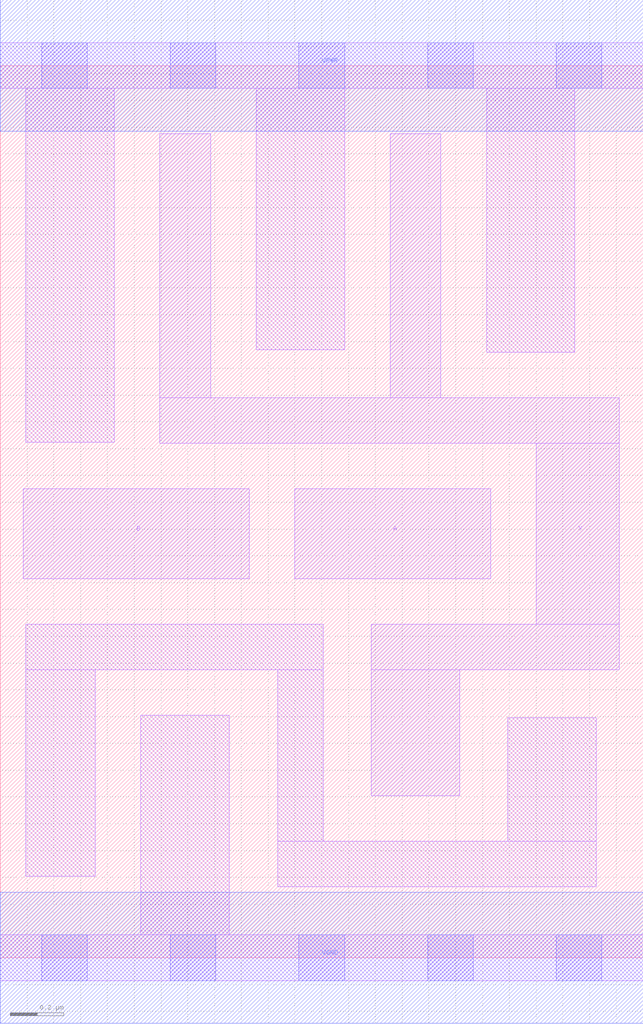
<source format=lef>
# Copyright 2020 The SkyWater PDK Authors
#
# Licensed under the Apache License, Version 2.0 (the "License");
# you may not use this file except in compliance with the License.
# You may obtain a copy of the License at
#
#     https://www.apache.org/licenses/LICENSE-2.0
#
# Unless required by applicable law or agreed to in writing, software
# distributed under the License is distributed on an "AS IS" BASIS,
# WITHOUT WARRANTIES OR CONDITIONS OF ANY KIND, either express or implied.
# See the License for the specific language governing permissions and
# limitations under the License.
#
# SPDX-License-Identifier: Apache-2.0

VERSION 5.7 ;
  NOWIREEXTENSIONATPIN ON ;
  DIVIDERCHAR "/" ;
  BUSBITCHARS "[]" ;
UNITS
  DATABASE MICRONS 200 ;
END UNITS
MACRO sky130_fd_sc_lp__nand2_2
  CLASS CORE ;
  FOREIGN sky130_fd_sc_lp__nand2_2 ;
  ORIGIN  0.000000  0.000000 ;
  SIZE  2.400000 BY  3.330000 ;
  SYMMETRY X Y R90 ;
  SITE unit ;
  PIN A
    ANTENNAGATEAREA  0.630000 ;
    DIRECTION INPUT ;
    USE SIGNAL ;
    PORT
      LAYER li1 ;
        RECT 1.100000 1.415000 1.830000 1.750000 ;
    END
  END A
  PIN B
    ANTENNAGATEAREA  0.630000 ;
    DIRECTION INPUT ;
    USE SIGNAL ;
    PORT
      LAYER li1 ;
        RECT 0.085000 1.415000 0.930000 1.750000 ;
    END
  END B
  PIN Y
    ANTENNADIFFAREA  0.940800 ;
    DIRECTION OUTPUT ;
    USE SIGNAL ;
    PORT
      LAYER li1 ;
        RECT 0.595000 1.920000 2.310000 2.090000 ;
        RECT 0.595000 2.090000 0.785000 3.075000 ;
        RECT 1.385000 0.605000 1.715000 1.075000 ;
        RECT 1.385000 1.075000 2.310000 1.245000 ;
        RECT 1.455000 2.090000 1.645000 3.075000 ;
        RECT 2.000000 1.245000 2.310000 1.920000 ;
    END
  END Y
  PIN VGND
    DIRECTION INOUT ;
    USE GROUND ;
    PORT
      LAYER met1 ;
        RECT 0.000000 -0.245000 2.400000 0.245000 ;
    END
  END VGND
  PIN VPWR
    DIRECTION INOUT ;
    USE POWER ;
    PORT
      LAYER met1 ;
        RECT 0.000000 3.085000 2.400000 3.575000 ;
    END
  END VPWR
  OBS
    LAYER li1 ;
      RECT 0.000000 -0.085000 2.400000 0.085000 ;
      RECT 0.000000  3.245000 2.400000 3.415000 ;
      RECT 0.095000  0.305000 0.355000 1.075000 ;
      RECT 0.095000  1.075000 1.205000 1.245000 ;
      RECT 0.095000  1.925000 0.425000 3.245000 ;
      RECT 0.525000  0.085000 0.855000 0.905000 ;
      RECT 0.955000  2.270000 1.285000 3.245000 ;
      RECT 1.035000  0.265000 2.225000 0.435000 ;
      RECT 1.035000  0.435000 1.205000 1.075000 ;
      RECT 1.815000  2.260000 2.145000 3.245000 ;
      RECT 1.895000  0.435000 2.225000 0.895000 ;
    LAYER mcon ;
      RECT 0.155000 -0.085000 0.325000 0.085000 ;
      RECT 0.155000  3.245000 0.325000 3.415000 ;
      RECT 0.635000 -0.085000 0.805000 0.085000 ;
      RECT 0.635000  3.245000 0.805000 3.415000 ;
      RECT 1.115000 -0.085000 1.285000 0.085000 ;
      RECT 1.115000  3.245000 1.285000 3.415000 ;
      RECT 1.595000 -0.085000 1.765000 0.085000 ;
      RECT 1.595000  3.245000 1.765000 3.415000 ;
      RECT 2.075000 -0.085000 2.245000 0.085000 ;
      RECT 2.075000  3.245000 2.245000 3.415000 ;
  END
END sky130_fd_sc_lp__nand2_2
END LIBRARY

</source>
